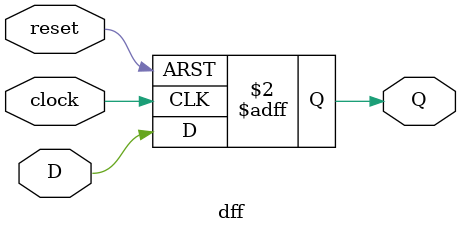
<source format=v>
module dff(
    input reset,
    input clock,
    input D,
    output reg Q
);

    always @(posedge reset, posedge clock) begin
        if (reset) begin
            Q <= 0;
        end else if (clock) begin
            Q <= D;
        end
    end
endmodule

</source>
